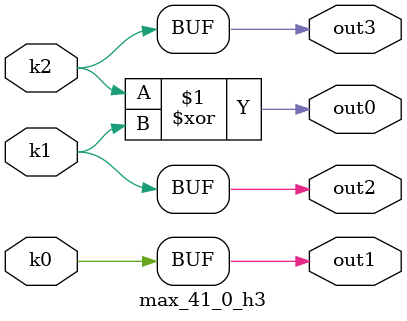
<source format=v>
module max_41_0(pi0, pi1, pi2, pi3, pi4, pi5, pi6, po0, po1, po2, po3);
input pi0, pi1, pi2, pi3, pi4, pi5, pi6;
output po0, po1, po2, po3;
wire k0, k1, k2;
max_41_0_w3 DUT1 (pi0, pi1, pi2, pi3, pi4, pi5, pi6, k0, k1, k2);
max_41_0_h3 DUT2 (k0, k1, k2, po0, po1, po2, po3);
endmodule

module max_41_0_w3(in6, in5, in4, in3, in2, in1, in0, k2, k1, k0);
input in6, in5, in4, in3, in2, in1, in0;
output k2, k1, k0;
assign k0 =   in2 ? ~in5 : ~in3;
assign k1 =   (((in6 & (~in4 | (~in1 & ~in0))) | (~in4 & ~in1 & ~in0)) & (in5 | ~in3)) | (in5 & ~in3);
assign k2 =   in2;
endmodule

module max_41_0_h3(k2, k1, k0, out3, out2, out1, out0);
input k2, k1, k0;
output out3, out2, out1, out0;
assign out0 = k2 ^ k1;
assign out1 = k0;
assign out2 = k1;
assign out3 = k2;
endmodule

</source>
